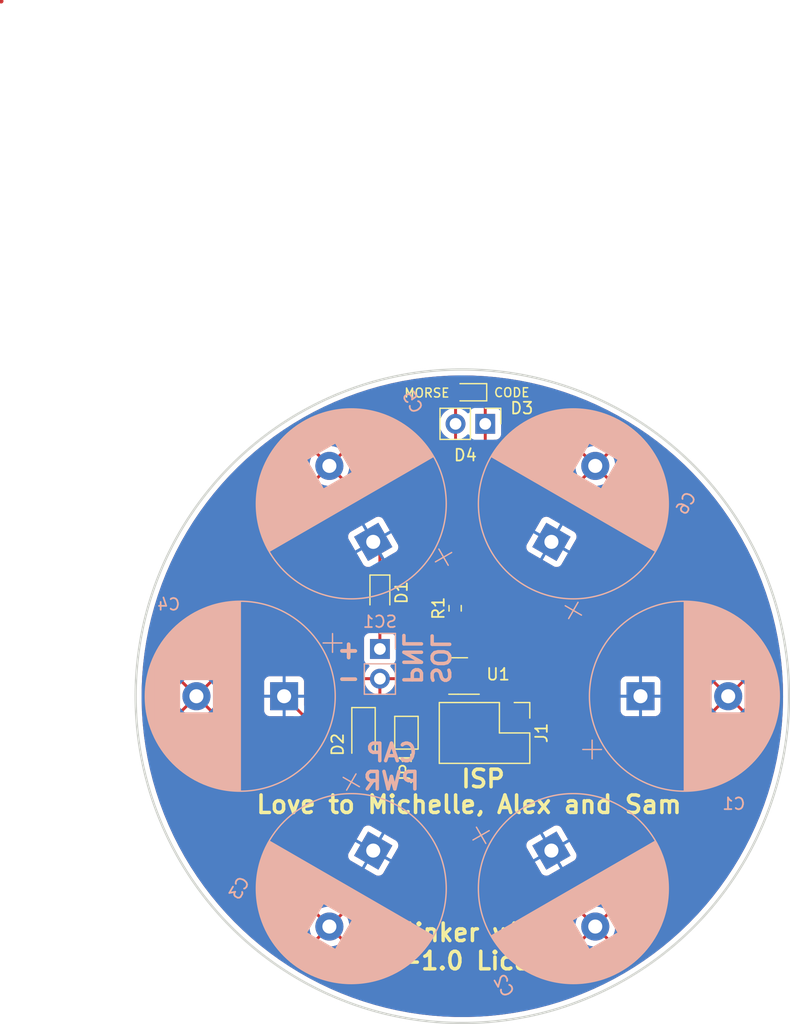
<source format=kicad_pcb>
(kicad_pcb (version 20211014) (generator pcbnew)
  (layers (0 "F.Cu" signal) (31 "B.Cu" signal) (34 "B.Paste" user) (35 "F.Paste" user) (36 "B.SilkS" user "B.Silkscreen") (37 "F.SilkS" user "F.Silkscreen") (38 "B.Mask" user) (39 "F.Mask" user) (44 "Edge.Cuts" user))
  (net 0 "")
  (net 1 "/SLR_IN")
  (net 2 "GND")
  (net 3 "TPIDATA")
  (net 4 "RESET")
  (net 5 "TPICLK")
  (net 6 "2.7VCC")
  (net 7 "Net-(D3-Pad1)")
  (net 8 "5VCC")
  (net 9 "LED")
  (footprint "Diode_SMD:D_SOD-123" (layer "F.Cu") (at 156.65 104.82 -90)
    (fp_text reference "D2" (at 0.91 2.21 90) (layer "F.SilkS"))
    (fp_text value "D_Zener")
    (pad "1" smd rect (at -1.65 0 270) (size 0.9 1.2) (layers "F.Cu" "F.Paste" "F.Mask") (net 6 "2.7VCC"))
    (pad "2" smd rect (at 1.65 0 270) (size 0.9 1.2) (layers "F.Cu" "F.Paste" "F.Mask") (net 2 "GND"))
  )
  (footprint "LED_SMD:LED_0603_1608Metric" (layer "F.Cu") (at 165.7 75.61 180)
    (fp_text reference "D3" (at -4.49 -1.36) (layer "F.SilkS"))
    (fp_text value "LED")
    (pad "1" smd roundrect (at -0.7875 0 180) (size 0.875 0.95) (layers "F.Cu" "F.Paste" "F.Mask") (net 7 "Net-(D3-Pad1)"))
    (pad "2" smd roundrect (at 0.7875 0 180) (size 0.875 0.95) (layers "F.Cu" "F.Paste" "F.Mask") (net 8 "5VCC"))
  )
  (footprint "Resistor_SMD:R_0603_1608Metric" (layer "F.Cu") (at 164.485 94.08 90)
    (fp_text reference "R1" (at 0 -1.43 90) (layer "F.SilkS"))
    (fp_text value "220")
    (pad "1" smd roundrect (at -0.825 0 90) (size 0.8 0.95) (layers "F.Cu" "F.Paste" "F.Mask") (net 9 "LED"))
    (pad "2" smd roundrect (at 0.825 0 90) (size 0.8 0.95) (layers "F.Cu" "F.Paste" "F.Mask") (net 7 "Net-(D3-Pad1)"))
  )
  (footprint "Blinker:AVRISP_6PAD" (layer "F.Cu") (at 169.54 103.47 -90)
    (fp_text reference "J1" (at 1.27 -2.33 90) (layer "F.SilkS"))
    (fp_text value "ISP")
    (pad "1" smd rect (at 0 0 270) (size 1.7 1.7) (layers "F.Cu" "F.Mask"))
    (pad "2" smd oval (at 2.54 0 270) (size 1.7 1.7) (layers "F.Cu" "F.Mask") (net 8 "5VCC"))
    (pad "3" smd oval (at 0 2.54 270) (size 1.7 1.7) (layers "F.Cu" "F.Mask") (net 5 "TPICLK"))
    (pad "4" smd oval (at 2.54 2.54 270) (size 1.7 1.7) (layers "F.Cu" "F.Mask") (net 3 "TPIDATA"))
    (pad "5" smd oval (at 0 5.08 270) (size 1.7 1.7) (layers "F.Cu" "F.Mask") (net 4 "RESET"))
    (pad "6" smd oval (at 2.54 5.08 270) (size 1.7 1.7) (layers "F.Cu" "F.Mask") (net 2 "GND"))
  )
  (footprint "Diode_SMD:D_SOD-323" (layer "F.Cu") (at 158.05 92.74 -90)
    (fp_text reference "D1" (at 0 -1.85 90) (layer "F.SilkS"))
    (fp_text value "D_Schottky")
    (pad "1" smd rect (at -1.05 0 270) (size 0.6 0.45) (layers "F.Cu" "F.Paste" "F.Mask") (net 6 "2.7VCC"))
    (pad "2" smd rect (at 1.05 0 270) (size 0.6 0.45) (layers "F.Cu" "F.Paste" "F.Mask") (net 1 "/SLR_IN"))
  )
  (footprint "Package_TO_SOT_SMD:SOT-23-6" (layer "F.Cu") (at 164.7425 99.87 180)
    (fp_text reference "U1" (at -3.4175 0.14) (layer "F.SilkS"))
    (fp_text value "ATtiny10-TS")
    (pad "1" smd roundrect (at -1.1375 -0.95 180) (size 1.325 0.6) (layers "F.Cu" "F.Paste" "F.Mask") (net 3 "TPIDATA"))
    (pad "2" smd roundrect (at -1.1375 0 180) (size 1.325 0.6) (layers "F.Cu" "F.Paste" "F.Mask") (net 2 "GND"))
    (pad "3" smd roundrect (at -1.1375 0.95 180) (size 1.325 0.6) (layers "F.Cu" "F.Paste" "F.Mask") (net 5 "TPICLK"))
    (pad "4" smd roundrect (at 1.1375 0.95 180) (size 1.325 0.6) (layers "F.Cu" "F.Paste" "F.Mask") (net 9 "LED"))
    (pad "5" smd roundrect (at 1.1375 0 180) (size 1.325 0.6) (layers "F.Cu" "F.Paste" "F.Mask") (net 8 "5VCC"))
    (pad "6" smd roundrect (at 1.1375 -0.95 180) (size 1.325 0.6) (layers "F.Cu" "F.Paste" "F.Mask") (net 4 "RESET"))
  )
  (footprint "Jumper:SolderJumper-2_P1.3mm_Open_TrianglePad1.0x1.5mm" (layer "F.Cu") (at 160.32 104.72 -90)
    (fp_text reference "JP1" (at 3.04 0.06 90) (layer "F.SilkS"))
    (fp_text value "Jumper_2_Open")
    (pad "1" smd custom (at -0.725 0 270) (size 0.3 0.3) (layers "F.Cu" "F.Mask") (net 6 "2.7VCC") (options (clearance outline) (anchor rect)) (primitives (gr_poly (pts (xy 1 0) (xy 0.5 0.75) (xy -0.5 0.75) (xy -0.5 -0.75) (xy 0.5 -0.75)) (width 0) (fill yes))))
    (pad "2" smd custom (at 0.725 0 270) (size 0.3 0.3) (layers "F.Cu" "F.Mask") (net 8 "5VCC") (options (clearance outline) (anchor rect)) (primitives (gr_poly (pts (xy 0.5 0.75) (xy -0.65 0.75) (xy -0.15 0) (xy -0.65 -0.75) (xy 0.5 -0.75)) (width 0) (fill yes))))
  )
  (footprint "Connector_PinHeader_2.54mm:PinHeader_1x02_P2.54mm_Vertical" (layer "F.Cu") (at 167.06 78.31 -90)
    (fp_text reference "D4" (at 2.68 1.7 180) (layer "F.SilkS"))
    (fp_text value "LED")
    (pad "1" thru_hole rect (at 0 0 270) (size 1.7 1.7) (drill 1) (layers *.Cu *.Mask) (net 7 "Net-(D3-Pad1)"))
    (pad "2" thru_hole oval (at 0 2.54 270) (size 1.7 1.7) (drill 1) (layers *.Cu *.Mask) (net 8 "5VCC"))
  )
  (footprint "Capacitor_THT:CP_Radial_D16.0mm_P7.50mm" (layer "B.Cu") (at 157.48 114.798227 -120)
    (fp_text reference "C3" (at 8.501477 8.301444 60) (layer "B.SilkS") (effects (justify mirror)))
    (fp_text value "C_Polarized")
    (pad "1" thru_hole rect (at 0 0 240) (size 2.4 2.4) (drill 1.2) (layers *.Cu *.Mask) (net 6 "2.7VCC"))
    (pad "2" thru_hole circle (at 7.5 0 240) (size 2.4 2.4) (drill 1.2) (layers *.Cu *.Mask) (net 2 "GND"))
  )
  (footprint "Capacitor_THT:CP_Radial_D16.0mm_P7.50mm" (layer "B.Cu") (at 180.34 101.6)
    (fp_text reference "C1" (at 7.98 9.2) (layer "B.SilkS") (effects (justify mirror)))
    (fp_text value "C_Polarized")
    (pad "1" thru_hole rect (at 0 0) (size 2.4 2.4) (drill 1.2) (layers *.Cu *.Mask) (net 6 "2.7VCC"))
    (pad "2" thru_hole circle (at 7.5 0) (size 2.4 2.4) (drill 1.2) (layers *.Cu *.Mask) (net 2 "GND"))
  )
  (footprint "Capacitor_THT:CP_Radial_D16.0mm_P7.50mm" (layer "B.Cu") (at 172.72 88.401773 60)
    (fp_text reference "C6" (at 8.619419 8.325726 60) (layer "B.SilkS") (effects (justify mirror)))
    (fp_text value "C_Polarized")
    (pad "1" thru_hole rect (at 0 0 60) (size 2.4 2.4) (drill 1.2) (layers *.Cu *.Mask) (net 6 "2.7VCC"))
    (pad "2" thru_hole circle (at 7.5 0 60) (size 2.4 2.4) (drill 1.2) (layers *.Cu *.Mask) (net 2 "GND"))
  )
  (footprint "Capacitor_THT:CP_Radial_D16.0mm_P7.50mm" (layer "B.Cu") (at 172.72 114.798227 -60)
    (fp_text reference "C2" (at 7.972789 9.31427 120) (layer "B.SilkS") (effects (justify mirror)))
    (fp_text value "C_Polarized")
    (pad "1" thru_hole rect (at 0 0 300) (size 2.4 2.4) (drill 1.2) (layers *.Cu *.Mask) (net 6 "2.7VCC"))
    (pad "2" thru_hole circle (at 7.5 0 300) (size 2.4 2.4) (drill 1.2) (layers *.Cu *.Mask) (net 2 "GND"))
  )
  (footprint "Capacitor_THT:CP_Radial_D16.0mm_P7.50mm" (layer "B.Cu") (at 157.48 88.401773 120)
    (fp_text reference "C5" (at 8.670539 8.885732 120) (layer "B.SilkS") (effects (justify mirror)))
    (fp_text value "C_Polarized")
    (pad "1" thru_hole rect (at 0 0 120) (size 2.4 2.4) (drill 1.2) (layers *.Cu *.Mask) (net 6 "2.7VCC"))
    (pad "2" thru_hole circle (at 7.5 0 120) (size 2.4 2.4) (drill 1.2) (layers *.Cu *.Mask) (net 2 "GND"))
  )
  (footprint "Connector_PinHeader_2.54mm:PinHeader_1x02_P2.54mm_Vertical" (layer "B.Cu") (at 158.05 97.56 180)
    (fp_text reference "SC1" (at 0 2.33) (layer "B.SilkS") (effects (justify mirror)))
    (fp_text value "Solar_Cell")
    (pad "1" thru_hole rect (at 0 0 180) (size 1.7 1.7) (drill 1) (layers *.Cu *.Mask) (net 1 "/SLR_IN"))
    (pad "2" thru_hole oval (at 0 -2.54 180) (size 1.7 1.7) (drill 1) (layers *.Cu *.Mask) (net 2 "GND"))
  )
  (footprint "Capacitor_THT:CP_Radial_D16.0mm_P7.50mm" (layer "B.Cu") (at 149.86 101.6 180)
    (fp_text reference "C4" (at 9.87 7.85) (layer "B.SilkS") (effects (justify mirror)))
    (fp_text value "C_Polarized")
    (pad "1" thru_hole rect (at 0 0 180) (size 2.4 2.4) (drill 1.2) (layers *.Cu *.Mask) (net 6 "2.7VCC"))
    (pad "2" thru_hole circle (at 7.5 0 180) (size 2.4 2.4) (drill 1.2) (layers *.Cu *.Mask) (net 2 "GND"))
  )
  (gr_circle (center 125.66 42.17) (end 125.66 42.17) (layer "F.Cu") (width 0.2) (fill none))
  (gr_circle (center 165.1 101.6) (end 193.04 101.6) (layer "Edge.Cuts") (width 0.2) (fill none))
  (gr_text "SOL\nPNL" (at 161.99 98.41 270) (layer "B.SilkS") (effects (font (size 1.5 1.5) (thickness 0.3)) (justify mirror)))
  (gr_text "CAP\nPWR" (at 159.04 107.64) (layer "B.SilkS") (effects (font (size 1.5 1.5) (thickness 0.3)) (justify mirror)))
  (gr_text "+\n-" (at 155.37 98.82) (layer "B.SilkS") (effects (font (size 1.5 1.5) (thickness 0.3)) (justify mirror)))
  (gr_text "Blinker v1.1\nCC0-1.0 License " (at 165.57 123.02) (layer "F.SilkS") (effects (font (size 1.5 1.5) (thickness 0.3))))
  (gr_text "CODE" (at 169.33 75.64) (layer "F.SilkS") (effects (font (size 0.762 0.762) (thickness 0.127))))
  (gr_text "ISP" (at 166.88 108.66) (layer "F.SilkS") (effects (font (size 1.5 1.5) (thickness 0.3))))
  (gr_text "MORSE" (at 162.07 75.67) (layer "F.SilkS") (effects (font (size 0.762 0.762) (thickness 0.127))))
  (gr_text "Love to Michelle, Alex and Sam" (at 165.67 110.86) (layer "F.SilkS") (effects (font (size 1.5 1.5) (thickness 0.3))))
  (gr_text "+\n-" (at 155.38 98.83) (layer "F.SilkS") (effects (font (size 1.5 1.5) (thickness 0.3))))
  (segment (start 158.05 93.79) (end 158.05 97.56) (width 0.25) (layer "F.Cu") (net 1))
  (segment (start 168.365489 103.174479) (end 166.01101 100.82) (width 0.25) (layer "F.Cu") (net 3))
  (segment (start 167 106.01) (end 168.365489 104.644511) (width 0.25) (layer "F.Cu") (net 3))
  (segment (start 168.365489 104.644511) (end 168.365489 103.174479) (width 0.25) (layer "F.Cu") (net 3))
  (segment (start 163.605 102.235) (end 163.605 100.82) (width 0.25) (layer "F.Cu") (net 4))
  (segment (start 164.46 103.09) (end 163.605 102.235) (width 0.25) (layer "F.Cu") (net 4))
  (segment (start 164.89298 99.523448) (end 165.496428 98.92) (width 0.25) (layer "F.Cu") (net 5))
  (segment (start 167 103.47) (end 164.89298 101.36298) (width 0.25) (layer "F.Cu") (net 5))
  (segment (start 164.89298 101.36298) (end 164.89298 99.523448) (width 0.25) (layer "F.Cu") (net 5))
  (segment (start 158.05 91.69) (end 158.05 88.971773) (width 0.25) (layer "F.Cu") (net 6))
  (segment (start 151.42 103.16) (end 160.305 103.16) (width 0.25) (layer "F.Cu") (net 6))
  (segment (start 160.305 103.16) (end 160.305 103.98) (width 0.25) (layer "F.Cu") (net 6))
  (segment (start 149.86 101.6) (end 151.42 103.16) (width 0.25) (layer "F.Cu") (net 6))
  (segment (start 158.05 88.971773) (end 157.48 88.401773) (width 0.25) (layer "F.Cu") (net 6))
  (segment (start 160.305 103.98) (end 160.32 103.995) (width 0.25) (layer "F.Cu") (net 6))
  (segment (start 165.69 81.29) (end 165.69 92.05) (width 0.25) (layer "F.Cu") (net 7))
  (segment (start 167.06 76.1825) (end 167.06 78.31) (width 0.25) (layer "F.Cu") (net 7))
  (segment (start 167.06 78.31) (end 167.06 79.92) (width 0.25) (layer "F.Cu") (net 7))
  (segment (start 166.4875 75.61) (end 167.06 76.1825) (width 0.25) (layer "F.Cu") (net 7))
  (segment (start 165.69 92.05) (end 164.485 93.255) (width 0.25) (layer "F.Cu") (net 7))
  (segment (start 167.06 79.92) (end 165.69 81.29) (width 0.25) (layer "F.Cu") (net 7))
  (segment (start 165.67 105.55899) (end 164.755521 104.644511) (width 0.25) (layer "F.Cu") (net 8))
  (segment (start 162.775489 104.644511) (end 162.599429 104.644511) (width 0.25) (layer "F.Cu") (net 8))
  (segment (start 165.67 106.531988) (end 165.67 105.55899) (width 0.25) (layer "F.Cu") (net 8))
  (segment (start 163.23 94.943217) (end 162.01 96.163217) (width 0.25) (layer "F.Cu") (net 8))
  (segment (start 162.775489 104.644511) (end 162.61798 104.487002) (width 0.25) (layer "F.Cu") (net 8))
  (segment (start 162.61798 104.487002) (end 162.61798 100.473448) (width 0.25) (layer "F.Cu") (net 8))
  (segment (start 166.322523 107.184511) (end 165.67 106.531988) (width 0.25) (layer "F.Cu") (net 8))
  (segment (start 164.755521 104.644511) (end 162.775489 104.644511) (width 0.25) (layer "F.Cu") (net 8))
  (segment (start 162.61798 100.473448) (end 163.221428 99.87) (width 0.25) (layer "F.Cu") (net 8))
  (segment (start 169.54 106.01) (end 168.365489 107.184511) (width 0.25) (layer "F.Cu") (net 8))
  (segment (start 164.52 90.55) (end 163.23 91.84) (width 0.25) (layer "F.Cu") (net 8))
  (segment (start 163.221428 99.87) (end 162.01 98.658572) (width 0.25) (layer "F.Cu") (net 8))
  (segment (start 162.599429 104.644511) (end 161.64894 105.595) (width 0.25) (layer "F.Cu") (net 8))
  (segment (start 164.52 76.0025) (end 164.52 78.31) (width 0.25) (layer "F.Cu") (net 8))
  (segment (start 163.605 99.87) (end 163.221428 99.87) (width 0.25) (layer "F.Cu") (net 8))
  (segment (start 161.64894 105.595) (end 160.47 105.595) (width 0.25) (layer "F.Cu") (net 8))
  (segment (start 162.01 98.658572) (end 162.01 96.163217) (width 0.25) (layer "F.Cu") (net 8))
  (segment (start 160.47 105.595) (end 160.32 105.445) (width 0.25) (layer "F.Cu") (net 8))
  (segment (start 164.9125 75.61) (end 164.52 76.0025) (width 0.25) (layer "F.Cu") (net 8))
  (segment (start 163.23 91.84) (end 163.23 94.943217) (width 0.25) (layer "F.Cu") (net 8))
  (segment (start 164.52 78.31) (end 164.52 90.55) (width 0.25) (layer "F.Cu") (net 8))
  (segment (start 168.365489 107.184511) (end 166.322523 107.184511) (width 0.25) (layer "F.Cu") (net 8))
  (segment (start 163.605 98.92) (end 163.605 95.785) (width 0.25) (layer "F.Cu") (net 9))
  (segment (start 163.605 95.785) (end 164.485 94.905) (width 0.25) (layer "F.Cu") (net 9))
  (zone (net 2) (net_name "GND") (layer "F.Cu") (connect_pads (clearance 0.508)) (min_thickness 0.254) (fill yes (thermal_gap 0.508) (thermal_bridge_width 0.254))
    (polygon (pts (xy 193.045004 101.6) (xy 193.026236 100.575991) (xy 192.969957 99.553358) (xy 192.876243 98.533474) (xy 192.745219 97.517709) (xy 192.577062 96.507428) (xy 192.371998 95.503986) (xy 192.130301 94.508733) (xy 191.852297 93.523005) (xy 191.538359 92.548126) (xy 191.188909 91.585406) (xy 190.804415 90.636138) (xy 190.385396 89.701596) (xy 189.932412 88.783036) (xy 189.446073 87.881693) (xy 188.927033 86.998776) (xy 188.375987 86.135471) (xy 187.793677 85.292939) (xy 187.180885 84.47231) (xy 186.538433 83.674687) (xy 185.867185 82.901143) (xy 185.168042 82.152714) (xy 184.441944 81.430408) (xy 183.689865 80.735193) (xy 182.912816 80.068004) (xy 182.111841 79.429738) (xy 181.288015 78.82125) (xy 180.442445 78.24336) (xy 179.576267 77.696842) (xy 178.690644 77.182432) (xy 177.786766 76.700819) (xy 176.865847 76.252651) (xy 175.929125 75.838531) (xy 174.977856 75.459013) (xy 174.013319 75.114608) (xy 173.03681 74.805779) (xy 172.04964 74.53294) (xy 171.053135 74.296458) (xy 170.048634 74.09665) (xy 169.037485 73.933785) (xy 168.021048 73.808082) (xy 167.000688 73.719709) (xy 165.977774 73.668785) (xy 164.953681 73.655379) (xy 163.929785 73.679509) (xy 162.90746 73.741141) (xy 161.888081 73.840194) (xy 160.873016 73.976534) (xy 159.863628 74.149979) (xy 158.861275 74.360295) (xy 157.867301 74.607199) (xy 156.883042 74.89036) (xy 155.90982 75.209399) (xy 154.948943 75.563885) (xy 154.001701 75.953343) (xy 153.069366 76.377251) (xy 152.15319 76.835037) (xy 151.254406 77.326089) (xy 150.374218 77.849745) (xy 149.513811 78.405303) (xy 148.674339 78.992017) (xy 147.85693 79.609098) (xy 147.062682 80.255717) (xy 146.292663 80.931006) (xy 145.547905 81.634058) (xy 144.82941 82.363929) (xy 144.138143 83.119637) (xy 143.475032 83.900169) (xy 142.840968 84.704475) (xy 142.236803 85.531476) (xy 141.663348 86.38006) (xy 141.121373 87.249088) (xy 140.611606 88.137392) (xy 140.134733 89.043779) (xy 139.691393 89.967032) (xy 139.282183 90.90591) (xy 138.907651 91.859153) (xy 138.568301 92.82548) (xy 138.264589 93.803592) (xy 137.996923 94.792178) (xy 137.765661 95.789907) (xy 137.571116 96.795441) (xy 137.413548 97.807428) (xy 137.293168 98.824509) (xy 137.210139 99.845319) (xy 137.164572 100.868485) (xy 137.156528 101.892634) (xy 137.186018 102.91639) (xy 137.253003 103.938378) (xy 137.357392 104.957224) (xy 137.499045 105.971562) (xy 137.677773 106.980027) (xy 137.893334 107.981266) (xy 138.145439 108.973933) (xy 138.43375 109.956696) (xy 138.75788 110.928234) (xy 139.117392 111.887242) (xy 139.511805 112.832432) (xy 139.940588 113.762535) (xy 140.403166 114.676301) (xy 140.898917 115.572502) (xy 141.427175 116.449935) (xy 141.98723 117.307422) (xy 142.578331 118.143811) (xy 143.199683 118.957977) (xy 143.850452 119.748828) (xy 144.529764 120.515302) (xy 145.236706 121.256368) (xy 145.970328 121.971031) (xy 146.729646 122.658332) (xy 147.513639 123.317347) (xy 148.321254 123.947191) (xy 149.151407 124.547018) (xy 150.002982 125.116022) (xy 150.874836 125.653439) (xy 151.765797 126.158548) (xy 152.674668 126.630669) (xy 153.60023 127.069168) (xy 154.541238 127.473457) (xy 155.496428 127.842993) (xy 156.464519 128.177278) (xy 157.444209 128.475865) (xy 158.434182 128.738351) (xy 159.433108 128.964385) (xy 160.439647 129.153663) (xy 161.452445 129.305931) (xy 162.470143 129.420983) (xy 163.491373 129.498666) (xy 164.514764 129.538875) (xy 165.538941 129.541556) (xy 166.562529 129.506706) (xy 167.584151 129.434372) (xy 168.602438 129.324649) (xy 169.616019 129.177687) (xy 170.623535 128.993682) (xy 171.623632 128.772881) (xy 172.614965 128.515582) (xy 173.596205 128.222129) (xy 174.566033 127.892917) (xy 175.523145 127.528388) (xy 176.466257 127.129031) (xy 177.394102 126.695384) (xy 178.305433 126.228028) (xy 179.199026 125.727592) (xy 180.073682 125.194747) (xy 180.928225 124.63021) (xy 181.761507 124.034738) (xy 182.572409 123.409131) (xy 183.359841 122.75423) (xy 184.122747 122.070914) (xy 184.860102 121.360102) (xy 185.570914 120.622747) (xy 186.25423 119.859841) (xy 186.909131 119.072409) (xy 187.534738 118.261507) (xy 188.13021 117.428225) (xy 188.694747 116.573682) (xy 189.227592 115.699026) (xy 189.728028 114.805433) (xy 190.195384 113.894102) (xy 190.629031 112.966257) (xy 191.028388 112.023145) (xy 191.392917 111.066033) (xy 191.722129 110.096205) (xy 192.015582 109.114965) (xy 192.272881 108.123632) (xy 192.493682 107.123535) (xy 192.677687 106.116019) (xy 192.824649 105.102438) (xy 192.934372 104.084151) (xy 193.006706 103.062529) (xy 193.041556 102.038941)))
  )
  (zone (net 6) (net_name "2.7VCC") (layer "B.Cu") (connect_pads (clearance 0.508)) (min_thickness 0.254) (fill yes (thermal_gap 0.508) (thermal_bridge_width 0.254))
    (polygon (pts (xy 193.045004 101.6) (xy 193.026236 100.575991) (xy 192.969957 99.553358) (xy 192.876243 98.533474) (xy 192.745219 97.517709) (xy 192.577062 96.507428) (xy 192.371998 95.503986) (xy 192.130301 94.508733) (xy 191.852297 93.523005) (xy 191.538359 92.548126) (xy 191.188909 91.585406) (xy 190.804415 90.636138) (xy 190.385396 89.701596) (xy 189.932412 88.783036) (xy 189.446073 87.881693) (xy 188.927033 86.998776) (xy 188.375987 86.135471) (xy 187.793677 85.292939) (xy 187.180885 84.47231) (xy 186.538433 83.674687) (xy 185.867185 82.901143) (xy 185.168042 82.152714) (xy 184.441944 81.430408) (xy 183.689865 80.735193) (xy 182.912816 80.068004) (xy 182.111841 79.429738) (xy 181.288015 78.82125) (xy 180.442445 78.24336) (xy 179.576267 77.696842) (xy 178.690644 77.182432) (xy 177.786766 76.700819) (xy 176.865847 76.252651) (xy 175.929125 75.838531) (xy 174.977856 75.459013) (xy 174.013319 75.114608) (xy 173.03681 74.805779) (xy 172.04964 74.53294) (xy 171.053135 74.296458) (xy 170.048634 74.09665) (xy 169.037485 73.933785) (xy 168.021048 73.808082) (xy 167.000688 73.719709) (xy 165.977774 73.668785) (xy 164.953681 73.655379) (xy 163.929785 73.679509) (xy 162.90746 73.741141) (xy 161.888081 73.840194) (xy 160.873016 73.976534) (xy 159.863628 74.149979) (xy 158.861275 74.360295) (xy 157.867301 74.607199) (xy 156.883042 74.89036) (xy 155.90982 75.209399) (xy 154.948943 75.563885) (xy 154.001701 75.953343) (xy 153.069366 76.377251) (xy 152.15319 76.835037) (xy 151.254406 77.326089) (xy 150.374218 77.849745) (xy 149.513811 78.405303) (xy 148.674339 78.992017) (xy 147.85693 79.609098) (xy 147.062682 80.255717) (xy 146.292663 80.931006) (xy 145.547905 81.634058) (xy 144.82941 82.363929) (xy 144.138143 83.119637) (xy 143.475032 83.900169) (xy 142.840968 84.704475) (xy 142.236803 85.531476) (xy 141.663348 86.38006) (xy 141.121373 87.249088) (xy 140.611606 88.137392) (xy 140.134733 89.043779) (xy 139.691393 89.967032) (xy 139.282183 90.90591) (xy 138.907651 91.859153) (xy 138.568301 92.82548) (xy 138.264589 93.803592) (xy 137.996923 94.792178) (xy 137.765661 95.789907) (xy 137.571116 96.795441) (xy 137.413548 97.807428) (xy 137.293168 98.824509) (xy 137.210139 99.845319) (xy 137.164572 100.868485) (xy 137.156528 101.892634) (xy 137.186018 102.91639) (xy 137.253003 103.938378) (xy 137.357392 104.957224) (xy 137.499045 105.971562) (xy 137.677773 106.980027) (xy 137.893334 107.981266) (xy 138.145439 108.973933) (xy 138.43375 109.956696) (xy 138.75788 110.928234) (xy 139.117392 111.887242) (xy 139.511805 112.832432) (xy 139.940588 113.762535) (xy 140.403166 114.676301) (xy 140.898917 115.572502) (xy 141.427175 116.449935) (xy 141.98723 117.307422) (xy 142.578331 118.143811) (xy 143.199683 118.957977) (xy 143.850452 119.748828) (xy 144.529764 120.515302) (xy 145.236706 121.256368) (xy 145.970328 121.971031) (xy 146.729646 122.658332) (xy 147.513639 123.317347) (xy 148.321254 123.947191) (xy 149.151407 124.547018) (xy 150.002982 125.116022) (xy 150.874836 125.653439) (xy 151.765797 126.158548) (xy 152.674668 126.630669) (xy 153.60023 127.069168) (xy 154.541238 127.473457) (xy 155.496428 127.842993) (xy 156.464519 128.177278) (xy 157.444209 128.475865) (xy 158.434182 128.738351) (xy 159.433108 128.964385) (xy 160.439647 129.153663) (xy 161.452445 129.305931) (xy 162.470143 129.420983) (xy 163.491373 129.498666) (xy 164.514764 129.538875) (xy 165.538941 129.541556) (xy 166.562529 129.506706) (xy 167.584151 129.434372) (xy 168.602438 129.324649) (xy 169.616019 129.177687) (xy 170.623535 128.993682) (xy 171.623632 128.772881) (xy 172.614965 128.515582) (xy 173.596205 128.222129) (xy 174.566033 127.892917) (xy 175.523145 127.528388) (xy 176.466257 127.129031) (xy 177.394102 126.695384) (xy 178.305433 126.228028) (xy 179.199026 125.727592) (xy 180.073682 125.194747) (xy 180.928225 124.63021) (xy 181.761507 124.034738) (xy 182.572409 123.409131) (xy 183.359841 122.75423) (xy 184.122747 122.070914) (xy 184.860102 121.360102) (xy 185.570914 120.622747) (xy 186.25423 119.859841) (xy 186.909131 119.072409) (xy 187.534738 118.261507) (xy 188.13021 117.428225) (xy 188.694747 116.573682) (xy 189.227592 115.699026) (xy 189.728028 114.805433) (xy 190.195384 113.894102) (xy 190.629031 112.966257) (xy 191.028388 112.023145) (xy 191.392917 111.066033) (xy 191.722129 110.096205) (xy 192.015582 109.114965) (xy 192.272881 108.123632) (xy 192.493682 107.123535) (xy 192.677687 106.116019) (xy 192.824649 105.102438) (xy 192.934372 104.084151) (xy 193.006706 103.062529) (xy 193.041556 102.038941)))
  )
)
</source>
